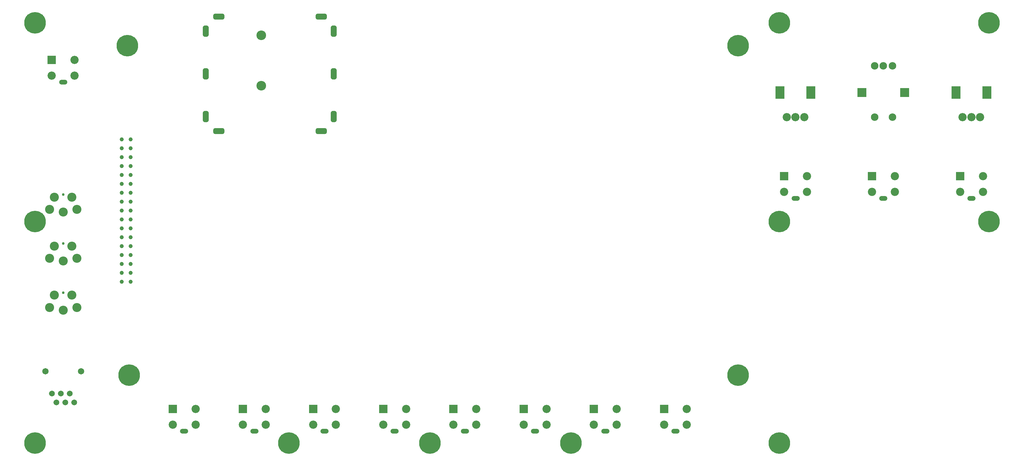
<source format=gts>
G04*
G04 #@! TF.GenerationSoftware,Altium Limited,Altium Designer,21.7.1 (17)*
G04*
G04 Layer_Color=8388736*
%FSLAX25Y25*%
%MOIN*%
G70*
G04*
G04 #@! TF.SameCoordinates,4C4A95DF-11EF-4B83-83A5-CF7285FCABA4*
G04*
G04*
G04 #@! TF.FilePolarity,Negative*
G04*
G01*
G75*
%ADD15C,0.02953*%
%ADD16C,0.10158*%
G04:AMPARAMS|DCode=17|XSize=124.02mil|YSize=64.96mil|CornerRadius=17.72mil|HoleSize=0mil|Usage=FLASHONLY|Rotation=90.000|XOffset=0mil|YOffset=0mil|HoleType=Round|Shape=RoundedRectangle|*
%AMROUNDEDRECTD17*
21,1,0.12402,0.02953,0,0,90.0*
21,1,0.08858,0.06496,0,0,90.0*
1,1,0.03543,0.01476,0.04429*
1,1,0.03543,0.01476,-0.04429*
1,1,0.03543,-0.01476,-0.04429*
1,1,0.03543,-0.01476,0.04429*
%
%ADD17ROUNDEDRECTD17*%
%ADD18C,0.10827*%
G04:AMPARAMS|DCode=19|XSize=124.02mil|YSize=64.96mil|CornerRadius=17.72mil|HoleSize=0mil|Usage=FLASHONLY|Rotation=0.000|XOffset=0mil|YOffset=0mil|HoleType=Round|Shape=RoundedRectangle|*
%AMROUNDEDRECTD19*
21,1,0.12402,0.02953,0,0,0.0*
21,1,0.08858,0.06496,0,0,0.0*
1,1,0.03543,0.04429,-0.01476*
1,1,0.03543,-0.04429,-0.01476*
1,1,0.03543,-0.04429,0.01476*
1,1,0.03543,0.04429,0.01476*
%
%ADD19ROUNDEDRECTD19*%
%ADD20R,0.10433X0.14370*%
%ADD21C,0.09252*%
%ADD22R,0.09252X0.09252*%
%ADD23O,0.09252X0.05315*%
%ADD24C,0.07146*%
%ADD25C,0.06532*%
%ADD26C,0.04528*%
%ADD27C,0.24213*%
%ADD28C,0.08465*%
%ADD29R,0.10433X0.10433*%
D15*
X47244Y295276D02*
D03*
Y240158D02*
D03*
Y185039D02*
D03*
D16*
X31890Y278543D02*
D03*
X37402Y292323D02*
D03*
X57087D02*
D03*
X62598Y278543D02*
D03*
X47244Y275590D02*
D03*
X31890Y223425D02*
D03*
X37402Y237205D02*
D03*
X57087D02*
D03*
X62598Y223425D02*
D03*
X47244Y220472D02*
D03*
X31890Y168307D02*
D03*
X37402Y182087D02*
D03*
X57087D02*
D03*
X62598Y168307D02*
D03*
X47244Y165354D02*
D03*
D17*
X351008Y382839D02*
D03*
Y430903D02*
D03*
X207450D02*
D03*
X351008Y478968D02*
D03*
X207450D02*
D03*
Y382839D02*
D03*
D18*
X269791Y474094D02*
D03*
Y417574D02*
D03*
D19*
X221820Y495306D02*
D03*
X337032D02*
D03*
X221820Y366500D02*
D03*
X337032D02*
D03*
D20*
X1084291Y409882D02*
D03*
X1049646D02*
D03*
X852106D02*
D03*
X886752D02*
D03*
D21*
X1066969Y382323D02*
D03*
X1057126D02*
D03*
X1076811D02*
D03*
X879272D02*
D03*
X859587D02*
D03*
X869429D02*
D03*
X59995Y446658D02*
D03*
X59996Y428942D02*
D03*
X34404D02*
D03*
X747441Y54134D02*
D03*
X747441Y36417D02*
D03*
X721850D02*
D03*
X668645Y54134D02*
D03*
X668645Y36417D02*
D03*
X643054D02*
D03*
X589848Y54134D02*
D03*
X589849Y36417D02*
D03*
X564257D02*
D03*
X511052Y54134D02*
D03*
X511052Y36417D02*
D03*
X485461D02*
D03*
X432255Y54134D02*
D03*
X432256Y36417D02*
D03*
X406664D02*
D03*
X327868D02*
D03*
X353459D02*
D03*
X353459Y54134D02*
D03*
X249072Y36417D02*
D03*
X274663D02*
D03*
X274663Y54134D02*
D03*
X170275Y36417D02*
D03*
X195867D02*
D03*
X195866Y54134D02*
D03*
X856692Y298236D02*
D03*
X882284D02*
D03*
X882283Y315953D02*
D03*
X1079823D02*
D03*
X1079823Y298236D02*
D03*
X1054232D02*
D03*
X980905Y315953D02*
D03*
X980906Y298236D02*
D03*
X955315D02*
D03*
D22*
X34405Y446658D02*
D03*
X721850Y54134D02*
D03*
X643054D02*
D03*
X564258D02*
D03*
X485461D02*
D03*
X406665D02*
D03*
X327868D02*
D03*
X249072D02*
D03*
X170276D02*
D03*
X856693Y315953D02*
D03*
X1054232D02*
D03*
X955315D02*
D03*
D23*
X47200Y421658D02*
D03*
X734646Y29134D02*
D03*
X655849D02*
D03*
X577053D02*
D03*
X498256D02*
D03*
X419460D02*
D03*
X340664D02*
D03*
X261867D02*
D03*
X183071D02*
D03*
X869488Y290953D02*
D03*
X1067027D02*
D03*
X968110D02*
D03*
D24*
X67200Y96583D02*
D03*
X27200D02*
D03*
D25*
X34700Y71583D02*
D03*
X39700Y61583D02*
D03*
X44700Y71583D02*
D03*
X49700Y61583D02*
D03*
X54700Y71583D02*
D03*
X59700Y61583D02*
D03*
D26*
X112925Y357095D02*
D03*
X122925D02*
D03*
X112925Y347094D02*
D03*
X122925D02*
D03*
X112925Y337094D02*
D03*
X122925D02*
D03*
X112925Y327095D02*
D03*
X122925D02*
D03*
X112925Y317094D02*
D03*
X122925D02*
D03*
X112925Y307095D02*
D03*
X122925D02*
D03*
X112925Y297094D02*
D03*
X122925D02*
D03*
X112925Y287094D02*
D03*
X122925D02*
D03*
X112925Y277095D02*
D03*
X122925D02*
D03*
X112925Y267094D02*
D03*
X122925D02*
D03*
X112925Y257095D02*
D03*
X122925D02*
D03*
X112925Y247094D02*
D03*
X122925D02*
D03*
X112925Y237094D02*
D03*
X122925D02*
D03*
X112925Y227095D02*
D03*
Y217094D02*
D03*
X122925D02*
D03*
X112925Y207095D02*
D03*
X122925D02*
D03*
X112925Y197095D02*
D03*
X122925D02*
D03*
Y227095D02*
D03*
D27*
X119409Y462598D02*
D03*
X804961D02*
D03*
Y92244D02*
D03*
X121417Y92126D02*
D03*
X15800Y264900D02*
D03*
X1086600D02*
D03*
X851200Y488200D02*
D03*
Y264900D02*
D03*
X458900Y15800D02*
D03*
X300500D02*
D03*
X617300D02*
D03*
X851200D02*
D03*
X15800D02*
D03*
Y488200D02*
D03*
X1086600D02*
D03*
D28*
X958346Y439882D02*
D03*
X967953Y439872D02*
D03*
X978347Y439882D02*
D03*
X958346Y382382D02*
D03*
X978347D02*
D03*
D29*
X943937Y409882D02*
D03*
X991969D02*
D03*
M02*

</source>
